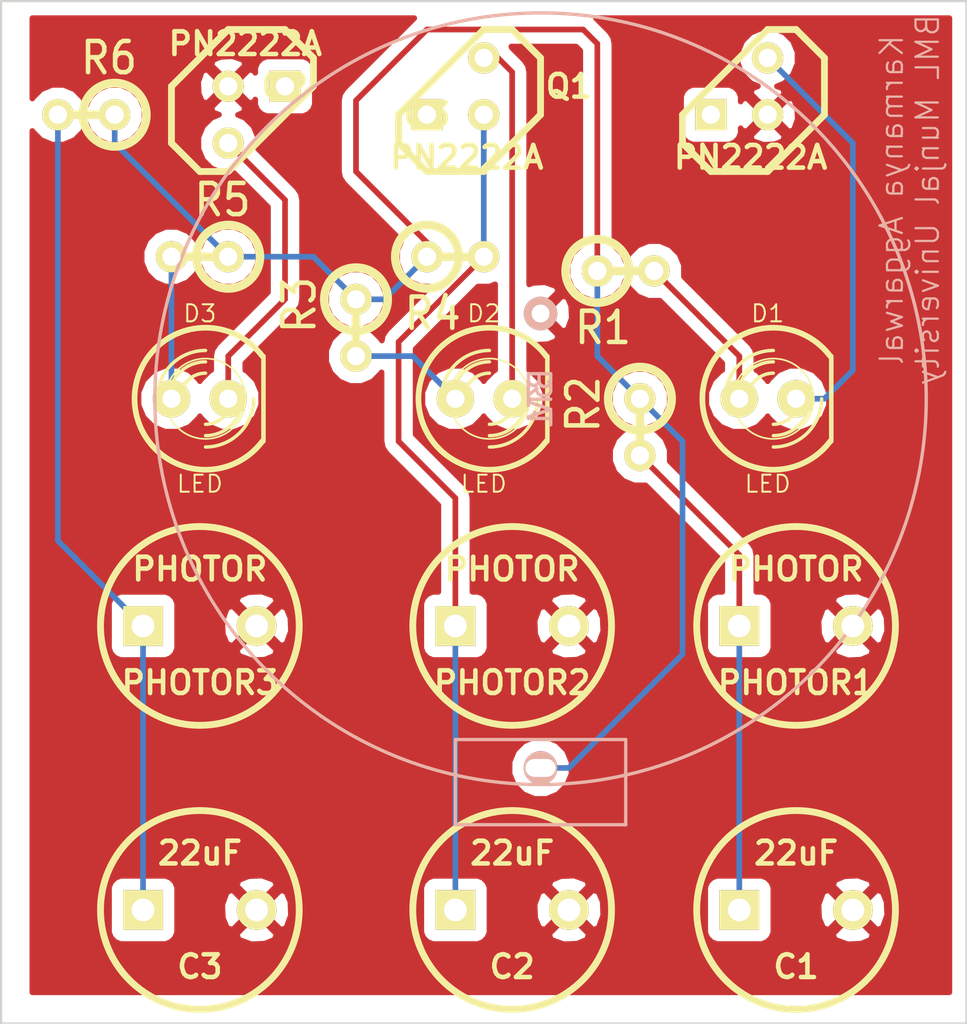
<source format=kicad_pcb>
(kicad_pcb (version 3) (host pcbnew "(2013-jul-07)-stable")

  (general
    (links 27)
    (no_connects 0)
    (area 218.389999 177.749999 267.439525 223.570001)
    (thickness 1.6)
    (drawings 5)
    (tracks 47)
    (zones 0)
    (modules 19)
    (nets 12)
  )

  (page A3)
  (layers
    (15 F.Cu signal)
    (0 B.Cu signal)
    (16 B.Adhes user)
    (17 F.Adhes user)
    (18 B.Paste user)
    (19 F.Paste user)
    (20 B.SilkS user)
    (21 F.SilkS user)
    (22 B.Mask user)
    (23 F.Mask user)
    (24 Dwgs.User user)
    (25 Cmts.User user)
    (26 Eco1.User user)
    (27 Eco2.User user)
    (28 Edge.Cuts user)
  )

  (setup
    (last_trace_width 0.254)
    (trace_clearance 0.254)
    (zone_clearance 0.508)
    (zone_45_only no)
    (trace_min 0.254)
    (segment_width 0.2)
    (edge_width 0.1)
    (via_size 0.889)
    (via_drill 0.635)
    (via_min_size 0.889)
    (via_min_drill 0.508)
    (uvia_size 0.508)
    (uvia_drill 0.127)
    (uvias_allowed no)
    (uvia_min_size 0.508)
    (uvia_min_drill 0.127)
    (pcb_text_width 0.3)
    (pcb_text_size 1.5 1.5)
    (mod_edge_width 0.15)
    (mod_text_size 1 1)
    (mod_text_width 0.15)
    (pad_size 1.5 1.5)
    (pad_drill 0.6)
    (pad_to_mask_clearance 0)
    (aux_axis_origin 0 0)
    (visible_elements FFFFFFBF)
    (pcbplotparams
      (layerselection 271613953)
      (usegerberextensions true)
      (excludeedgelayer true)
      (linewidth 0.150000)
      (plotframeref false)
      (viasonmask false)
      (mode 1)
      (useauxorigin false)
      (hpglpennumber 1)
      (hpglpenspeed 20)
      (hpglpendiameter 15)
      (hpglpenoverlay 2)
      (psnegative false)
      (psa4output false)
      (plotreference true)
      (plotvalue true)
      (plotothertext true)
      (plotinvisibletext false)
      (padsonsilk false)
      (subtractmaskfromsilk false)
      (outputformat 1)
      (mirror false)
      (drillshape 0)
      (scaleselection 1)
      (outputdirectory ""))
  )

  (net 0 "")
  (net 1 GND)
  (net 2 N-000001)
  (net 3 N-0000010)
  (net 4 N-0000011)
  (net 5 N-000002)
  (net 6 N-000003)
  (net 7 N-000004)
  (net 8 N-000005)
  (net 9 N-000006)
  (net 10 N-000007)
  (net 11 N-000009)

  (net_class Default "This is the default net class."
    (clearance 0.254)
    (trace_width 0.254)
    (via_dia 0.889)
    (via_drill 0.635)
    (uvia_dia 0.508)
    (uvia_drill 0.127)
    (add_net "")
    (add_net GND)
    (add_net N-000001)
    (add_net N-0000010)
    (add_net N-0000011)
    (add_net N-000002)
    (add_net N-000003)
    (add_net N-000004)
    (add_net N-000005)
    (add_net N-000006)
    (add_net N-000007)
    (add_net N-000009)
  )

  (module TO92-EBC-num (layer F.Cu) (tedit 55D5FF8E) (tstamp 55D60056)
    (at 251.46 181.61 180)
    (descr "Transistor TO92 brochage type BC237")
    (tags "TR TO92")
    (path /55D5E95B)
    (fp_text reference Q1 (at 7.62 0 180) (layer F.SilkS)
      (effects (font (size 1.016 1.016) (thickness 0.2032)))
    )
    (fp_text value PN2222A (at -0.508 -3.175 180) (layer F.SilkS)
      (effects (font (size 1.016 1.016) (thickness 0.2032)))
    )
    (fp_line (start -1.27 2.54) (end 2.54 -1.27) (layer F.SilkS) (width 0.3048))
    (fp_line (start 2.54 -1.27) (end 2.54 -2.54) (layer F.SilkS) (width 0.3048))
    (fp_line (start 2.54 -2.54) (end 1.27 -3.81) (layer F.SilkS) (width 0.3048))
    (fp_line (start 1.27 -3.81) (end -1.27 -3.81) (layer F.SilkS) (width 0.3048))
    (fp_line (start -1.27 -3.81) (end -3.81 -1.27) (layer F.SilkS) (width 0.3048))
    (fp_line (start -3.81 -1.27) (end -3.81 1.27) (layer F.SilkS) (width 0.3048))
    (fp_line (start -3.81 1.27) (end -2.54 2.54) (layer F.SilkS) (width 0.3048))
    (fp_line (start -2.54 2.54) (end -1.27 2.54) (layer F.SilkS) (width 0.3048))
    (pad 1 thru_hole rect (at 1.27 -1.27 180) (size 1.397 1.397) (drill 0.8128)
      (layers *.Cu *.Mask F.SilkS)
    )
    (pad 2 thru_hole circle (at -1.27 -1.27 180) (size 1.397 1.397) (drill 0.8128)
      (layers *.Cu *.Mask F.SilkS)
      (net 1 GND)
    )
    (pad 3 thru_hole circle (at -1.27 1.27 180) (size 1.397 1.397) (drill 0.8128)
      (layers *.Cu *.Mask F.SilkS)
      (net 5 N-000002)
    )
    (model discret/to98.wrl
      (at (xyz 0 0 0))
      (scale (xyz 1 1 1))
      (rotate (xyz 0 0 0))
    )
  )

  (module TO92-EBC-num (layer F.Cu) (tedit 55D5FF8E) (tstamp 55D60065)
    (at 238.76 181.61 180)
    (descr "Transistor TO92 brochage type BC237")
    (tags "TR TO92")
    (path /55D5E955)
    (fp_text reference Q2 (at 7.62 0 180) (layer F.SilkS)
      (effects (font (size 1.016 1.016) (thickness 0.2032)))
    )
    (fp_text value PN2222A (at -0.508 -3.175 180) (layer F.SilkS)
      (effects (font (size 1.016 1.016) (thickness 0.2032)))
    )
    (fp_line (start -1.27 2.54) (end 2.54 -1.27) (layer F.SilkS) (width 0.3048))
    (fp_line (start 2.54 -1.27) (end 2.54 -2.54) (layer F.SilkS) (width 0.3048))
    (fp_line (start 2.54 -2.54) (end 1.27 -3.81) (layer F.SilkS) (width 0.3048))
    (fp_line (start 1.27 -3.81) (end -1.27 -3.81) (layer F.SilkS) (width 0.3048))
    (fp_line (start -1.27 -3.81) (end -3.81 -1.27) (layer F.SilkS) (width 0.3048))
    (fp_line (start -3.81 -1.27) (end -3.81 1.27) (layer F.SilkS) (width 0.3048))
    (fp_line (start -3.81 1.27) (end -2.54 2.54) (layer F.SilkS) (width 0.3048))
    (fp_line (start -2.54 2.54) (end -1.27 2.54) (layer F.SilkS) (width 0.3048))
    (pad 1 thru_hole rect (at 1.27 -1.27 180) (size 1.397 1.397) (drill 0.8128)
      (layers *.Cu *.Mask F.SilkS)
    )
    (pad 2 thru_hole circle (at -1.27 -1.27 180) (size 1.397 1.397) (drill 0.8128)
      (layers *.Cu *.Mask F.SilkS)
      (net 11 N-000009)
    )
    (pad 3 thru_hole circle (at -1.27 1.27 180) (size 1.397 1.397) (drill 0.8128)
      (layers *.Cu *.Mask F.SilkS)
      (net 7 N-000004)
    )
    (model discret/to98.wrl
      (at (xyz 0 0 0))
      (scale (xyz 1 1 1))
      (rotate (xyz 0 0 0))
    )
  )

  (module TO92-EBC-num (layer F.Cu) (tedit 55D5FF8E) (tstamp 55D60074)
    (at 229.87 182.88)
    (descr "Transistor TO92 brochage type BC237")
    (tags "TR TO92")
    (path /55D5E943)
    (fp_text reference Q3 (at 7.62 0) (layer F.SilkS)
      (effects (font (size 1.016 1.016) (thickness 0.2032)))
    )
    (fp_text value PN2222A (at -0.508 -3.175) (layer F.SilkS)
      (effects (font (size 1.016 1.016) (thickness 0.2032)))
    )
    (fp_line (start -1.27 2.54) (end 2.54 -1.27) (layer F.SilkS) (width 0.3048))
    (fp_line (start 2.54 -1.27) (end 2.54 -2.54) (layer F.SilkS) (width 0.3048))
    (fp_line (start 2.54 -2.54) (end 1.27 -3.81) (layer F.SilkS) (width 0.3048))
    (fp_line (start 1.27 -3.81) (end -1.27 -3.81) (layer F.SilkS) (width 0.3048))
    (fp_line (start -1.27 -3.81) (end -3.81 -1.27) (layer F.SilkS) (width 0.3048))
    (fp_line (start -3.81 -1.27) (end -3.81 1.27) (layer F.SilkS) (width 0.3048))
    (fp_line (start -3.81 1.27) (end -2.54 2.54) (layer F.SilkS) (width 0.3048))
    (fp_line (start -2.54 2.54) (end -1.27 2.54) (layer F.SilkS) (width 0.3048))
    (pad 1 thru_hole rect (at 1.27 -1.27) (size 1.397 1.397) (drill 0.8128)
      (layers *.Cu *.Mask F.SilkS)
    )
    (pad 2 thru_hole circle (at -1.27 -1.27) (size 1.397 1.397) (drill 0.8128)
      (layers *.Cu *.Mask F.SilkS)
      (net 1 GND)
    )
    (pad 3 thru_hole circle (at -1.27 1.27) (size 1.397 1.397) (drill 0.8128)
      (layers *.Cu *.Mask F.SilkS)
      (net 8 N-000005)
    )
    (model discret/to98.wrl
      (at (xyz 0 0 0))
      (scale (xyz 1 1 1))
      (rotate (xyz 0 0 0))
    )
  )

  (module R1 (layer F.Cu) (tedit 200000) (tstamp 55D6007C)
    (at 227.33 189.23 180)
    (descr "Resistance verticale")
    (tags R)
    (path /55D5B123)
    (autoplace_cost90 10)
    (autoplace_cost180 10)
    (fp_text reference R5 (at -1.016 2.54 180) (layer F.SilkS)
      (effects (font (size 1.397 1.27) (thickness 0.2032)))
    )
    (fp_text value 330 (at -1.143 2.54 180) (layer F.SilkS) hide
      (effects (font (size 1.397 1.27) (thickness 0.2032)))
    )
    (fp_line (start -1.27 0) (end 1.27 0) (layer F.SilkS) (width 0.381))
    (fp_circle (center -1.27 0) (end -0.635 1.27) (layer F.SilkS) (width 0.381))
    (pad 1 thru_hole circle (at -1.27 0 180) (size 1.397 1.397) (drill 0.8128)
      (layers *.Cu *.Mask F.SilkS)
      (net 3 N-0000010)
    )
    (pad 2 thru_hole circle (at 1.27 0 180) (size 1.397 1.397) (drill 0.8128)
      (layers *.Cu *.Mask F.SilkS)
      (net 10 N-000007)
    )
    (model discret/verti_resistor.wrl
      (at (xyz 0 0 0))
      (scale (xyz 1 1 1))
      (rotate (xyz 0 0 0))
    )
  )

  (module R1 (layer F.Cu) (tedit 200000) (tstamp 55D60084)
    (at 247.015 196.85 270)
    (descr "Resistance verticale")
    (tags R)
    (path /55D5B808)
    (autoplace_cost90 10)
    (autoplace_cost180 10)
    (fp_text reference R2 (at -1.016 2.54 270) (layer F.SilkS)
      (effects (font (size 1.397 1.27) (thickness 0.2032)))
    )
    (fp_text value 100k (at -1.143 2.54 270) (layer F.SilkS) hide
      (effects (font (size 1.397 1.27) (thickness 0.2032)))
    )
    (fp_line (start -1.27 0) (end 1.27 0) (layer F.SilkS) (width 0.381))
    (fp_circle (center -1.27 0) (end -0.635 1.27) (layer F.SilkS) (width 0.381))
    (pad 1 thru_hole circle (at -1.27 0 270) (size 1.397 1.397) (drill 0.8128)
      (layers *.Cu *.Mask F.SilkS)
      (net 3 N-0000010)
    )
    (pad 2 thru_hole circle (at 1.27 0 270) (size 1.397 1.397) (drill 0.8128)
      (layers *.Cu *.Mask F.SilkS)
      (net 2 N-000001)
    )
    (model discret/verti_resistor.wrl
      (at (xyz 0 0 0))
      (scale (xyz 1 1 1))
      (rotate (xyz 0 0 0))
    )
  )

  (module R1 (layer F.Cu) (tedit 200000) (tstamp 55D6008C)
    (at 246.38 189.865)
    (descr "Resistance verticale")
    (tags R)
    (path /55D5B802)
    (autoplace_cost90 10)
    (autoplace_cost180 10)
    (fp_text reference R1 (at -1.016 2.54) (layer F.SilkS)
      (effects (font (size 1.397 1.27) (thickness 0.2032)))
    )
    (fp_text value 330 (at -1.143 2.54) (layer F.SilkS) hide
      (effects (font (size 1.397 1.27) (thickness 0.2032)))
    )
    (fp_line (start -1.27 0) (end 1.27 0) (layer F.SilkS) (width 0.381))
    (fp_circle (center -1.27 0) (end -0.635 1.27) (layer F.SilkS) (width 0.381))
    (pad 1 thru_hole circle (at -1.27 0) (size 1.397 1.397) (drill 0.8128)
      (layers *.Cu *.Mask F.SilkS)
      (net 3 N-0000010)
    )
    (pad 2 thru_hole circle (at 1.27 0) (size 1.397 1.397) (drill 0.8128)
      (layers *.Cu *.Mask F.SilkS)
      (net 6 N-000003)
    )
    (model discret/verti_resistor.wrl
      (at (xyz 0 0 0))
      (scale (xyz 1 1 1))
      (rotate (xyz 0 0 0))
    )
  )

  (module R1 (layer F.Cu) (tedit 200000) (tstamp 55D60094)
    (at 238.76 189.23)
    (descr "Resistance verticale")
    (tags R)
    (path /55D5B7D7)
    (autoplace_cost90 10)
    (autoplace_cost180 10)
    (fp_text reference R4 (at -1.016 2.54) (layer F.SilkS)
      (effects (font (size 1.397 1.27) (thickness 0.2032)))
    )
    (fp_text value 100k (at -1.143 2.54) (layer F.SilkS) hide
      (effects (font (size 1.397 1.27) (thickness 0.2032)))
    )
    (fp_line (start -1.27 0) (end 1.27 0) (layer F.SilkS) (width 0.381))
    (fp_circle (center -1.27 0) (end -0.635 1.27) (layer F.SilkS) (width 0.381))
    (pad 1 thru_hole circle (at -1.27 0) (size 1.397 1.397) (drill 0.8128)
      (layers *.Cu *.Mask F.SilkS)
      (net 3 N-0000010)
    )
    (pad 2 thru_hole circle (at 1.27 0) (size 1.397 1.397) (drill 0.8128)
      (layers *.Cu *.Mask F.SilkS)
      (net 11 N-000009)
    )
    (model discret/verti_resistor.wrl
      (at (xyz 0 0 0))
      (scale (xyz 1 1 1))
      (rotate (xyz 0 0 0))
    )
  )

  (module R1 (layer F.Cu) (tedit 200000) (tstamp 55D6009C)
    (at 234.315 192.405 270)
    (descr "Resistance verticale")
    (tags R)
    (path /55D5B7D1)
    (autoplace_cost90 10)
    (autoplace_cost180 10)
    (fp_text reference R3 (at -1.016 2.54 270) (layer F.SilkS)
      (effects (font (size 1.397 1.27) (thickness 0.2032)))
    )
    (fp_text value 330 (at -1.143 2.54 270) (layer F.SilkS) hide
      (effects (font (size 1.397 1.27) (thickness 0.2032)))
    )
    (fp_line (start -1.27 0) (end 1.27 0) (layer F.SilkS) (width 0.381))
    (fp_circle (center -1.27 0) (end -0.635 1.27) (layer F.SilkS) (width 0.381))
    (pad 1 thru_hole circle (at -1.27 0 270) (size 1.397 1.397) (drill 0.8128)
      (layers *.Cu *.Mask F.SilkS)
      (net 3 N-0000010)
    )
    (pad 2 thru_hole circle (at 1.27 0 270) (size 1.397 1.397) (drill 0.8128)
      (layers *.Cu *.Mask F.SilkS)
      (net 4 N-0000011)
    )
    (model discret/verti_resistor.wrl
      (at (xyz 0 0 0))
      (scale (xyz 1 1 1))
      (rotate (xyz 0 0 0))
    )
  )

  (module R1 (layer F.Cu) (tedit 200000) (tstamp 55D600A4)
    (at 222.25 182.88 180)
    (descr "Resistance verticale")
    (tags R)
    (path /55D5B132)
    (autoplace_cost90 10)
    (autoplace_cost180 10)
    (fp_text reference R6 (at -1.016 2.54 180) (layer F.SilkS)
      (effects (font (size 1.397 1.27) (thickness 0.2032)))
    )
    (fp_text value 100k (at -1.143 2.54 180) (layer F.SilkS) hide
      (effects (font (size 1.397 1.27) (thickness 0.2032)))
    )
    (fp_line (start -1.27 0) (end 1.27 0) (layer F.SilkS) (width 0.381))
    (fp_circle (center -1.27 0) (end -0.635 1.27) (layer F.SilkS) (width 0.381))
    (pad 1 thru_hole circle (at -1.27 0 180) (size 1.397 1.397) (drill 0.8128)
      (layers *.Cu *.Mask F.SilkS)
      (net 3 N-0000010)
    )
    (pad 2 thru_hole circle (at 1.27 0 180) (size 1.397 1.397) (drill 0.8128)
      (layers *.Cu *.Mask F.SilkS)
      (net 9 N-000006)
    )
    (model discret/verti_resistor.wrl
      (at (xyz 0 0 0))
      (scale (xyz 1 1 1))
      (rotate (xyz 0 0 0))
    )
  )

  (module LED-5MM (layer F.Cu) (tedit 50ADE86B) (tstamp 55D600B3)
    (at 240.03 195.58)
    (descr "LED 5mm - Lead pitch 100mil (2,54mm)")
    (tags "LED led 5mm 5MM 100mil 2,54mm")
    (path /55D5B7CB)
    (fp_text reference D2 (at 0 -3.81) (layer F.SilkS)
      (effects (font (size 0.762 0.762) (thickness 0.0889)))
    )
    (fp_text value LED (at 0 3.81) (layer F.SilkS)
      (effects (font (size 0.762 0.762) (thickness 0.0889)))
    )
    (fp_line (start 2.8448 1.905) (end 2.8448 -1.905) (layer F.SilkS) (width 0.2032))
    (fp_circle (center 0.254 0) (end -1.016 1.27) (layer F.SilkS) (width 0.0762))
    (fp_arc (start 0.254 0) (end 2.794 1.905) (angle 286.2) (layer F.SilkS) (width 0.254))
    (fp_arc (start 0.254 0) (end -0.889 0) (angle 90) (layer F.SilkS) (width 0.1524))
    (fp_arc (start 0.254 0) (end 1.397 0) (angle 90) (layer F.SilkS) (width 0.1524))
    (fp_arc (start 0.254 0) (end -1.397 0) (angle 90) (layer F.SilkS) (width 0.1524))
    (fp_arc (start 0.254 0) (end 1.905 0) (angle 90) (layer F.SilkS) (width 0.1524))
    (fp_arc (start 0.254 0) (end -1.905 0) (angle 90) (layer F.SilkS) (width 0.1524))
    (fp_arc (start 0.254 0) (end 2.413 0) (angle 90) (layer F.SilkS) (width 0.1524))
    (pad 1 thru_hole circle (at -1.27 0) (size 1.6764 1.6764) (drill 0.8128)
      (layers *.Cu *.Mask F.SilkS)
      (net 4 N-0000011)
    )
    (pad 2 thru_hole circle (at 1.27 0) (size 1.6764 1.6764) (drill 0.8128)
      (layers *.Cu *.Mask F.SilkS)
      (net 7 N-000004)
    )
    (model discret/leds/led5_vertical_verde.wrl
      (at (xyz 0 0 0))
      (scale (xyz 1 1 1))
      (rotate (xyz 0 0 0))
    )
  )

  (module LED-5MM (layer F.Cu) (tedit 50ADE86B) (tstamp 55D600C2)
    (at 252.73 195.58)
    (descr "LED 5mm - Lead pitch 100mil (2,54mm)")
    (tags "LED led 5mm 5MM 100mil 2,54mm")
    (path /55D5B7FC)
    (fp_text reference D1 (at 0 -3.81) (layer F.SilkS)
      (effects (font (size 0.762 0.762) (thickness 0.0889)))
    )
    (fp_text value LED (at 0 3.81) (layer F.SilkS)
      (effects (font (size 0.762 0.762) (thickness 0.0889)))
    )
    (fp_line (start 2.8448 1.905) (end 2.8448 -1.905) (layer F.SilkS) (width 0.2032))
    (fp_circle (center 0.254 0) (end -1.016 1.27) (layer F.SilkS) (width 0.0762))
    (fp_arc (start 0.254 0) (end 2.794 1.905) (angle 286.2) (layer F.SilkS) (width 0.254))
    (fp_arc (start 0.254 0) (end -0.889 0) (angle 90) (layer F.SilkS) (width 0.1524))
    (fp_arc (start 0.254 0) (end 1.397 0) (angle 90) (layer F.SilkS) (width 0.1524))
    (fp_arc (start 0.254 0) (end -1.397 0) (angle 90) (layer F.SilkS) (width 0.1524))
    (fp_arc (start 0.254 0) (end 1.905 0) (angle 90) (layer F.SilkS) (width 0.1524))
    (fp_arc (start 0.254 0) (end -1.905 0) (angle 90) (layer F.SilkS) (width 0.1524))
    (fp_arc (start 0.254 0) (end 2.413 0) (angle 90) (layer F.SilkS) (width 0.1524))
    (pad 1 thru_hole circle (at -1.27 0) (size 1.6764 1.6764) (drill 0.8128)
      (layers *.Cu *.Mask F.SilkS)
      (net 6 N-000003)
    )
    (pad 2 thru_hole circle (at 1.27 0) (size 1.6764 1.6764) (drill 0.8128)
      (layers *.Cu *.Mask F.SilkS)
      (net 5 N-000002)
    )
    (model discret/leds/led5_vertical_verde.wrl
      (at (xyz 0 0 0))
      (scale (xyz 1 1 1))
      (rotate (xyz 0 0 0))
    )
  )

  (module LED-5MM (layer F.Cu) (tedit 50ADE86B) (tstamp 55D600D1)
    (at 227.33 195.58)
    (descr "LED 5mm - Lead pitch 100mil (2,54mm)")
    (tags "LED led 5mm 5MM 100mil 2,54mm")
    (path /55D5B114)
    (fp_text reference D3 (at 0 -3.81) (layer F.SilkS)
      (effects (font (size 0.762 0.762) (thickness 0.0889)))
    )
    (fp_text value LED (at 0 3.81) (layer F.SilkS)
      (effects (font (size 0.762 0.762) (thickness 0.0889)))
    )
    (fp_line (start 2.8448 1.905) (end 2.8448 -1.905) (layer F.SilkS) (width 0.2032))
    (fp_circle (center 0.254 0) (end -1.016 1.27) (layer F.SilkS) (width 0.0762))
    (fp_arc (start 0.254 0) (end 2.794 1.905) (angle 286.2) (layer F.SilkS) (width 0.254))
    (fp_arc (start 0.254 0) (end -0.889 0) (angle 90) (layer F.SilkS) (width 0.1524))
    (fp_arc (start 0.254 0) (end 1.397 0) (angle 90) (layer F.SilkS) (width 0.1524))
    (fp_arc (start 0.254 0) (end -1.397 0) (angle 90) (layer F.SilkS) (width 0.1524))
    (fp_arc (start 0.254 0) (end 1.905 0) (angle 90) (layer F.SilkS) (width 0.1524))
    (fp_arc (start 0.254 0) (end -1.905 0) (angle 90) (layer F.SilkS) (width 0.1524))
    (fp_arc (start 0.254 0) (end 2.413 0) (angle 90) (layer F.SilkS) (width 0.1524))
    (pad 1 thru_hole circle (at -1.27 0) (size 1.6764 1.6764) (drill 0.8128)
      (layers *.Cu *.Mask F.SilkS)
      (net 10 N-000007)
    )
    (pad 2 thru_hole circle (at 1.27 0) (size 1.6764 1.6764) (drill 0.8128)
      (layers *.Cu *.Mask F.SilkS)
      (net 8 N-000005)
    )
    (model discret/leds/led5_vertical_verde.wrl
      (at (xyz 0 0 0))
      (scale (xyz 1 1 1))
      (rotate (xyz 0 0 0))
    )
  )

  (module C2V8 (layer F.Cu) (tedit 46544AA3) (tstamp 55D600D8)
    (at 241.3 218.44)
    (descr "Condensateur polarise")
    (tags CP)
    (path /55D5B7DD)
    (fp_text reference C2 (at 0 2.54) (layer F.SilkS)
      (effects (font (size 1.016 1.016) (thickness 0.2032)))
    )
    (fp_text value 22uF (at 0 -2.54) (layer F.SilkS)
      (effects (font (size 1.016 1.016) (thickness 0.2032)))
    )
    (fp_circle (center 0 0) (end -4.445 0) (layer F.SilkS) (width 0.3048))
    (pad 1 thru_hole rect (at -2.54 0) (size 1.778 1.778) (drill 1.016)
      (layers *.Cu *.Mask F.SilkS)
      (net 11 N-000009)
    )
    (pad 2 thru_hole circle (at 2.54 0) (size 1.778 1.778) (drill 1.016)
      (layers *.Cu *.Mask F.SilkS)
      (net 1 GND)
    )
    (model discret/c_vert_c2v10.wrl
      (at (xyz 0 0 0))
      (scale (xyz 1 1 1))
      (rotate (xyz 0 0 0))
    )
  )

  (module C2V8 (layer F.Cu) (tedit 46544AA3) (tstamp 55D600DF)
    (at 241.3 205.74)
    (descr "Condensateur polarise")
    (tags CP)
    (path /55D5B7E8)
    (fp_text reference PHOTOR2 (at 0 2.54) (layer F.SilkS)
      (effects (font (size 1.016 1.016) (thickness 0.2032)))
    )
    (fp_text value PHOTOR (at 0 -2.54) (layer F.SilkS)
      (effects (font (size 1.016 1.016) (thickness 0.2032)))
    )
    (fp_circle (center 0 0) (end -4.445 0) (layer F.SilkS) (width 0.3048))
    (pad 1 thru_hole rect (at -2.54 0) (size 1.778 1.778) (drill 1.016)
      (layers *.Cu *.Mask F.SilkS)
      (net 11 N-000009)
    )
    (pad 2 thru_hole circle (at 2.54 0) (size 1.778 1.778) (drill 1.016)
      (layers *.Cu *.Mask F.SilkS)
      (net 1 GND)
    )
    (model discret/c_vert_c2v10.wrl
      (at (xyz 0 0 0))
      (scale (xyz 1 1 1))
      (rotate (xyz 0 0 0))
    )
  )

  (module C2V8 (layer F.Cu) (tedit 46544AA3) (tstamp 55D600E6)
    (at 227.33 205.74)
    (descr "Condensateur polarise")
    (tags CP)
    (path /55D5B709)
    (fp_text reference PHOTOR3 (at 0 2.54) (layer F.SilkS)
      (effects (font (size 1.016 1.016) (thickness 0.2032)))
    )
    (fp_text value PHOTOR (at 0 -2.54) (layer F.SilkS)
      (effects (font (size 1.016 1.016) (thickness 0.2032)))
    )
    (fp_circle (center 0 0) (end -4.445 0) (layer F.SilkS) (width 0.3048))
    (pad 1 thru_hole rect (at -2.54 0) (size 1.778 1.778) (drill 1.016)
      (layers *.Cu *.Mask F.SilkS)
      (net 9 N-000006)
    )
    (pad 2 thru_hole circle (at 2.54 0) (size 1.778 1.778) (drill 1.016)
      (layers *.Cu *.Mask F.SilkS)
      (net 1 GND)
    )
    (model discret/c_vert_c2v10.wrl
      (at (xyz 0 0 0))
      (scale (xyz 1 1 1))
      (rotate (xyz 0 0 0))
    )
  )

  (module C2V8 (layer F.Cu) (tedit 46544AA3) (tstamp 55D600ED)
    (at 254 218.44)
    (descr "Condensateur polarise")
    (tags CP)
    (path /55D5B80E)
    (fp_text reference C1 (at 0 2.54) (layer F.SilkS)
      (effects (font (size 1.016 1.016) (thickness 0.2032)))
    )
    (fp_text value 22uF (at 0 -2.54) (layer F.SilkS)
      (effects (font (size 1.016 1.016) (thickness 0.2032)))
    )
    (fp_circle (center 0 0) (end -4.445 0) (layer F.SilkS) (width 0.3048))
    (pad 1 thru_hole rect (at -2.54 0) (size 1.778 1.778) (drill 1.016)
      (layers *.Cu *.Mask F.SilkS)
      (net 2 N-000001)
    )
    (pad 2 thru_hole circle (at 2.54 0) (size 1.778 1.778) (drill 1.016)
      (layers *.Cu *.Mask F.SilkS)
      (net 1 GND)
    )
    (model discret/c_vert_c2v10.wrl
      (at (xyz 0 0 0))
      (scale (xyz 1 1 1))
      (rotate (xyz 0 0 0))
    )
  )

  (module C2V8 (layer F.Cu) (tedit 46544AA3) (tstamp 55D600F4)
    (at 254 205.74)
    (descr "Condensateur polarise")
    (tags CP)
    (path /55D5B819)
    (fp_text reference PHOTOR1 (at 0 2.54) (layer F.SilkS)
      (effects (font (size 1.016 1.016) (thickness 0.2032)))
    )
    (fp_text value PHOTOR (at 0 -2.54) (layer F.SilkS)
      (effects (font (size 1.016 1.016) (thickness 0.2032)))
    )
    (fp_circle (center 0 0) (end -4.445 0) (layer F.SilkS) (width 0.3048))
    (pad 1 thru_hole rect (at -2.54 0) (size 1.778 1.778) (drill 1.016)
      (layers *.Cu *.Mask F.SilkS)
      (net 2 N-000001)
    )
    (pad 2 thru_hole circle (at 2.54 0) (size 1.778 1.778) (drill 1.016)
      (layers *.Cu *.Mask F.SilkS)
      (net 1 GND)
    )
    (model discret/c_vert_c2v10.wrl
      (at (xyz 0 0 0))
      (scale (xyz 1 1 1))
      (rotate (xyz 0 0 0))
    )
  )

  (module C2V8 (layer F.Cu) (tedit 46544AA3) (tstamp 55D600FB)
    (at 227.33 218.44)
    (descr "Condensateur polarise")
    (tags CP)
    (path /55D5B141)
    (fp_text reference C3 (at 0 2.54) (layer F.SilkS)
      (effects (font (size 1.016 1.016) (thickness 0.2032)))
    )
    (fp_text value 22uF (at 0 -2.54) (layer F.SilkS)
      (effects (font (size 1.016 1.016) (thickness 0.2032)))
    )
    (fp_circle (center 0 0) (end -4.445 0) (layer F.SilkS) (width 0.3048))
    (pad 1 thru_hole rect (at -2.54 0) (size 1.778 1.778) (drill 1.016)
      (layers *.Cu *.Mask F.SilkS)
      (net 9 N-000006)
    )
    (pad 2 thru_hole circle (at 2.54 0) (size 1.778 1.778) (drill 1.016)
      (layers *.Cu *.Mask F.SilkS)
      (net 1 GND)
    )
    (model discret/c_vert_c2v10.wrl
      (at (xyz 0 0 0))
      (scale (xyz 1 1 1))
      (rotate (xyz 0 0 0))
    )
  )

  (module BS-7-CR2032-2 (layer B.Cu) (tedit 55D5E135) (tstamp 55D60107)
    (at 242.57 195.58 270)
    (path /55D5B338)
    (fp_text reference BT1 (at 0 0 270) (layer B.SilkS)
      (effects (font (size 1 1) (thickness 0.15)) (justify mirror))
    )
    (fp_text value 3V (at 0 0 270) (layer B.SilkS)
      (effects (font (size 1 1) (thickness 0.15)) (justify mirror))
    )
    (fp_line (start 16.51 3.81) (end 19.05 3.81) (layer B.SilkS) (width 0.15))
    (fp_line (start 19.05 3.81) (end 19.05 -3.81) (layer B.SilkS) (width 0.15))
    (fp_line (start 19.05 -3.81) (end 15.24 -3.81) (layer B.SilkS) (width 0.15))
    (fp_line (start 15.24 -3.81) (end 15.24 3.81) (layer B.SilkS) (width 0.15))
    (fp_line (start 15.24 3.81) (end 16.51 3.81) (layer B.SilkS) (width 0.15))
    (fp_circle (center 0 0) (end 12.2 -12.2) (layer B.SilkS) (width 0.15))
    (pad 2 thru_hole circle (at -3.81 0 270) (size 1.5 1.5) (drill 0.8)
      (layers *.Cu *.Mask B.SilkS)
      (net 1 GND)
    )
    (pad 1 thru_hole circle (at 16.51 0 270) (size 1.5 1.5) (drill oval 0.8 1.35)
      (layers *.Cu *.Mask B.SilkS)
      (net 3 N-0000010)
    )
  )

  (gr_text "Karmanya Aggarwal\nBML Munjal University" (at 259.08 186.69 90) (layer B.SilkS)
    (effects (font (size 1 1) (thickness 0.1)) (justify mirror))
  )
  (gr_line (start 218.44 223.52) (end 218.44 177.8) (angle 90) (layer Edge.Cuts) (width 0.1))
  (gr_line (start 261.62 223.52) (end 218.44 223.52) (angle 90) (layer Edge.Cuts) (width 0.1))
  (gr_line (start 261.62 177.8) (end 261.62 223.52) (angle 90) (layer Edge.Cuts) (width 0.1))
  (gr_line (start 218.44 177.8) (end 261.62 177.8) (angle 90) (layer Edge.Cuts) (width 0.1))

  (segment (start 251.46 218.44) (end 251.46 205.74) (width 0.254) (layer B.Cu) (net 2) (status 30))
  (segment (start 251.46 205.74) (end 251.46 202.565) (width 0.254) (layer F.Cu) (net 2) (status 10))
  (segment (start 251.46 202.565) (end 247.015 198.12) (width 0.254) (layer F.Cu) (net 2) (tstamp 55D68B75) (status 20))
  (segment (start 237.49 189.23) (end 237.49 188.595) (width 0.254) (layer F.Cu) (net 3) (status 30))
  (segment (start 245.11 179.705) (end 245.11 189.865) (width 0.254) (layer F.Cu) (net 3) (tstamp 55D695CD) (status 20))
  (segment (start 244.475 179.07) (end 245.11 179.705) (width 0.254) (layer F.Cu) (net 3) (tstamp 55D695CB))
  (segment (start 237.49 179.07) (end 244.475 179.07) (width 0.254) (layer F.Cu) (net 3) (tstamp 55D695C9))
  (segment (start 234.315 182.245) (end 237.49 179.07) (width 0.254) (layer F.Cu) (net 3) (tstamp 55D695C7))
  (segment (start 234.315 185.42) (end 234.315 182.245) (width 0.254) (layer F.Cu) (net 3) (tstamp 55D695C4))
  (segment (start 237.49 188.595) (end 234.315 185.42) (width 0.254) (layer F.Cu) (net 3) (tstamp 55D695C2) (status 10))
  (segment (start 245.11 189.865) (end 245.11 193.675) (width 0.254) (layer B.Cu) (net 3) (status 10))
  (segment (start 245.11 193.675) (end 247.015 195.58) (width 0.254) (layer B.Cu) (net 3) (tstamp 55D694E5) (status 20))
  (segment (start 242.57 212.09) (end 243.84 212.09) (width 0.254) (layer B.Cu) (net 3) (status 10))
  (segment (start 248.92 197.485) (end 247.015 195.58) (width 0.254) (layer B.Cu) (net 3) (tstamp 55D69434) (status 20))
  (segment (start 248.92 207.01) (end 248.92 197.485) (width 0.254) (layer B.Cu) (net 3) (tstamp 55D69432))
  (segment (start 243.84 212.09) (end 248.92 207.01) (width 0.254) (layer B.Cu) (net 3) (tstamp 55D69430))
  (segment (start 223.52 182.88) (end 223.52 184.15) (width 0.254) (layer B.Cu) (net 3) (status 10))
  (segment (start 223.52 184.15) (end 228.6 189.23) (width 0.254) (layer B.Cu) (net 3) (tstamp 55D68ACF) (status 20))
  (segment (start 228.6 189.23) (end 232.41 189.23) (width 0.254) (layer B.Cu) (net 3) (status 10))
  (segment (start 232.41 189.23) (end 234.315 191.135) (width 0.254) (layer B.Cu) (net 3) (tstamp 55D68AC6) (status 20))
  (segment (start 234.315 191.135) (end 235.585 191.135) (width 0.254) (layer B.Cu) (net 3) (status 10))
  (segment (start 235.585 191.135) (end 237.49 189.23) (width 0.254) (layer B.Cu) (net 3) (tstamp 55D68AB6) (status 20))
  (segment (start 234.315 193.675) (end 236.855 193.675) (width 0.254) (layer B.Cu) (net 4) (status 10))
  (segment (start 236.855 193.675) (end 238.76 195.58) (width 0.254) (layer B.Cu) (net 4) (tstamp 55D68AB1) (status 20))
  (segment (start 254 195.58) (end 255.27 195.58) (width 0.254) (layer B.Cu) (net 5) (status 10))
  (segment (start 256.54 184.15) (end 252.73 180.34) (width 0.254) (layer B.Cu) (net 5) (tstamp 55D68A92) (status 20))
  (segment (start 256.54 194.31) (end 256.54 184.15) (width 0.254) (layer B.Cu) (net 5) (tstamp 55D68A8E))
  (segment (start 255.27 195.58) (end 256.54 194.31) (width 0.254) (layer B.Cu) (net 5) (tstamp 55D68A8C))
  (segment (start 251.46 195.58) (end 251.46 193.675) (width 0.254) (layer F.Cu) (net 6) (status 10))
  (segment (start 251.46 193.675) (end 247.65 189.865) (width 0.254) (layer F.Cu) (net 6) (tstamp 55D68B5E) (status 20))
  (segment (start 241.3 195.58) (end 241.3 180.975) (width 0.254) (layer F.Cu) (net 7) (status 10))
  (segment (start 240.665 180.34) (end 240.03 180.34) (width 0.254) (layer F.Cu) (net 7) (tstamp 55D6950A) (status 30))
  (segment (start 241.3 180.975) (end 240.665 180.34) (width 0.254) (layer F.Cu) (net 7) (tstamp 55D69500) (status 20))
  (segment (start 228.6 195.58) (end 228.6 193.675) (width 0.254) (layer F.Cu) (net 8) (status 10))
  (segment (start 231.14 186.69) (end 228.6 184.15) (width 0.254) (layer F.Cu) (net 8) (tstamp 55D69597) (status 20))
  (segment (start 231.14 191.135) (end 231.14 186.69) (width 0.254) (layer F.Cu) (net 8) (tstamp 55D69594))
  (segment (start 228.6 193.675) (end 231.14 191.135) (width 0.254) (layer F.Cu) (net 8) (tstamp 55D69590))
  (segment (start 224.79 205.74) (end 224.79 218.44) (width 0.254) (layer B.Cu) (net 9) (status 30))
  (segment (start 220.98 182.88) (end 220.98 201.93) (width 0.254) (layer B.Cu) (net 9) (status 10))
  (segment (start 220.98 201.93) (end 224.79 205.74) (width 0.254) (layer B.Cu) (net 9) (tstamp 55D68AD6) (status 20))
  (segment (start 226.06 195.58) (end 226.06 189.23) (width 0.254) (layer B.Cu) (net 10) (status 30))
  (segment (start 240.03 182.88) (end 240.03 189.23) (width 0.254) (layer B.Cu) (net 11) (status 30))
  (segment (start 238.76 218.44) (end 238.76 205.74) (width 0.254) (layer B.Cu) (net 11) (status 30))
  (segment (start 238.76 205.74) (end 238.76 200.025) (width 0.254) (layer F.Cu) (net 11) (status 10))
  (segment (start 236.22 193.04) (end 240.03 189.23) (width 0.254) (layer F.Cu) (net 11) (tstamp 55D6946E) (status 20))
  (segment (start 236.22 197.485) (end 236.22 193.04) (width 0.254) (layer F.Cu) (net 11) (tstamp 55D6946B))
  (segment (start 238.76 200.025) (end 236.22 197.485) (width 0.254) (layer F.Cu) (net 11) (tstamp 55D69467))

  (zone (net 1) (net_name GND) (layer F.Cu) (tstamp 55D68A0B) (hatch edge 0.508)
    (connect_pads (clearance 0.508))
    (min_thickness 0.254)
    (fill (arc_segments 16) (thermal_gap 0.508) (thermal_bridge_width 0.508) (smoothing chamfer))
    (polygon
      (pts
        (xy 260.985 222.25) (xy 219.71 222.25) (xy 219.71 178.435) (xy 260.985 178.435)
      )
    )
    (filled_polygon
      (pts
        (xy 260.858 222.123) (xy 258.075514 222.123) (xy 258.075514 218.678035) (xy 258.075514 205.978035) (xy 258.049722 205.3723)
        (xy 257.867539 204.932468) (xy 257.612195 204.84741) (xy 257.43259 205.027015) (xy 257.43259 204.667805) (xy 257.347532 204.412461)
        (xy 256.778035 204.204486) (xy 256.1723 204.230278) (xy 255.732468 204.412461) (xy 255.64741 204.667805) (xy 256.54 205.560395)
        (xy 257.43259 204.667805) (xy 257.43259 205.027015) (xy 256.719605 205.74) (xy 257.612195 206.63259) (xy 257.867539 206.547532)
        (xy 258.075514 205.978035) (xy 258.075514 218.678035) (xy 258.049722 218.0723) (xy 257.867539 217.632468) (xy 257.612195 217.54741)
        (xy 257.43259 217.727015) (xy 257.43259 217.367805) (xy 257.43259 206.812195) (xy 256.54 205.919605) (xy 256.360395 206.09921)
        (xy 256.360395 205.74) (xy 255.467805 204.84741) (xy 255.212461 204.932468) (xy 255.004486 205.501965) (xy 255.030278 206.1077)
        (xy 255.212461 206.547532) (xy 255.467805 206.63259) (xy 256.360395 205.74) (xy 256.360395 206.09921) (xy 255.64741 206.812195)
        (xy 255.732468 207.067539) (xy 256.301965 207.275514) (xy 256.9077 207.249722) (xy 257.347532 207.067539) (xy 257.43259 206.812195)
        (xy 257.43259 217.367805) (xy 257.347532 217.112461) (xy 256.778035 216.904486) (xy 256.1723 216.930278) (xy 255.732468 217.112461)
        (xy 255.64741 217.367805) (xy 256.54 218.260395) (xy 257.43259 217.367805) (xy 257.43259 217.727015) (xy 256.719605 218.44)
        (xy 257.612195 219.33259) (xy 257.867539 219.247532) (xy 258.075514 218.678035) (xy 258.075514 222.123) (xy 257.43259 222.123)
        (xy 257.43259 219.512195) (xy 256.54 218.619605) (xy 256.360395 218.79921) (xy 256.360395 218.44) (xy 255.467805 217.54741)
        (xy 255.212461 217.632468) (xy 255.004486 218.201965) (xy 255.030278 218.8077) (xy 255.212461 219.247532) (xy 255.467805 219.33259)
        (xy 256.360395 218.44) (xy 256.360395 218.79921) (xy 255.64741 219.512195) (xy 255.732468 219.767539) (xy 256.301965 219.975514)
        (xy 256.9077 219.949722) (xy 257.347532 219.767539) (xy 257.43259 219.512195) (xy 257.43259 222.123) (xy 252.98411 222.123)
        (xy 252.98411 219.203245) (xy 252.98411 217.425245) (xy 252.98411 206.503245) (xy 252.98411 204.725245) (xy 252.887641 204.491771)
        (xy 252.709168 204.312987) (xy 252.475864 204.216111) (xy 252.223245 204.21589) (xy 252.222 204.21589) (xy 252.222 202.565)
        (xy 252.163996 202.273395) (xy 251.998815 202.026185) (xy 251.998815 202.026184) (xy 248.348276 198.375646) (xy 248.34873 197.855914)
        (xy 248.146145 197.36562) (xy 247.771353 196.990174) (xy 247.433551 196.849906) (xy 247.76938 196.711145) (xy 248.144826 196.336353)
        (xy 248.348267 195.846413) (xy 248.34873 195.315914) (xy 248.146145 194.82562) (xy 247.771353 194.450174) (xy 247.281413 194.246733)
        (xy 246.750914 194.24627) (xy 246.26062 194.448855) (xy 245.885174 194.823647) (xy 245.681733 195.313587) (xy 245.68127 195.844086)
        (xy 245.883855 196.33438) (xy 246.258647 196.709826) (xy 246.596448 196.850093) (xy 246.26062 196.988855) (xy 245.885174 197.363647)
        (xy 245.681733 197.853587) (xy 245.68127 198.384086) (xy 245.883855 198.87438) (xy 246.258647 199.249826) (xy 246.748587 199.453267)
        (xy 247.271092 199.453723) (xy 250.698 202.88063) (xy 250.698 204.21589) (xy 250.445245 204.21589) (xy 250.211771 204.312359)
        (xy 250.032987 204.490832) (xy 249.936111 204.724136) (xy 249.93589 204.976755) (xy 249.93589 206.754755) (xy 250.032359 206.988229)
        (xy 250.210832 207.167013) (xy 250.444136 207.263889) (xy 250.696755 207.26411) (xy 252.474755 207.26411) (xy 252.708229 207.167641)
        (xy 252.887013 206.989168) (xy 252.983889 206.755864) (xy 252.98411 206.503245) (xy 252.98411 217.425245) (xy 252.887641 217.191771)
        (xy 252.709168 217.012987) (xy 252.475864 216.916111) (xy 252.223245 216.91589) (xy 250.445245 216.91589) (xy 250.211771 217.012359)
        (xy 250.032987 217.190832) (xy 249.936111 217.424136) (xy 249.93589 217.676755) (xy 249.93589 219.454755) (xy 250.032359 219.688229)
        (xy 250.210832 219.867013) (xy 250.444136 219.963889) (xy 250.696755 219.96411) (xy 252.474755 219.96411) (xy 252.708229 219.867641)
        (xy 252.887013 219.689168) (xy 252.983889 219.455864) (xy 252.98411 219.203245) (xy 252.98411 222.123) (xy 245.375514 222.123)
        (xy 245.375514 218.678035) (xy 245.375514 205.978035) (xy 245.349722 205.3723) (xy 245.167539 204.932468) (xy 244.912195 204.84741)
        (xy 244.73259 205.027015) (xy 244.73259 204.667805) (xy 244.647532 204.412461) (xy 244.078035 204.204486) (xy 243.967198 204.209205)
        (xy 243.967198 191.97483) (xy 243.939228 191.424554) (xy 243.782458 191.046078) (xy 243.541517 190.978088) (xy 242.749605 191.77)
        (xy 243.541517 192.561912) (xy 243.782458 192.493922) (xy 243.967198 191.97483) (xy 243.967198 204.209205) (xy 243.4723 204.230278)
        (xy 243.032468 204.412461) (xy 242.94741 204.667805) (xy 243.84 205.560395) (xy 244.73259 204.667805) (xy 244.73259 205.027015)
        (xy 244.019605 205.74) (xy 244.912195 206.63259) (xy 245.167539 206.547532) (xy 245.375514 205.978035) (xy 245.375514 218.678035)
        (xy 245.349722 218.0723) (xy 245.167539 217.632468) (xy 244.912195 217.54741) (xy 244.73259 217.727015) (xy 244.73259 217.367805)
        (xy 244.73259 206.812195) (xy 243.84 205.919605) (xy 243.660395 206.09921) (xy 243.660395 205.74) (xy 242.767805 204.84741)
        (xy 242.512461 204.932468) (xy 242.304486 205.501965) (xy 242.330278 206.1077) (xy 242.512461 206.547532) (xy 242.767805 206.63259)
        (xy 243.660395 205.74) (xy 243.660395 206.09921) (xy 242.94741 206.812195) (xy 243.032468 207.067539) (xy 243.601965 207.275514)
        (xy 244.2077 207.249722) (xy 244.647532 207.067539) (xy 244.73259 206.812195) (xy 244.73259 217.367805) (xy 244.647532 217.112461)
        (xy 244.078035 216.904486) (xy 243.955239 216.909714) (xy 243.955239 211.815715) (xy 243.74483 211.306486) (xy 243.355563 210.916539)
        (xy 242.846702 210.705242) (xy 242.295715 210.704761) (xy 241.786486 210.91517) (xy 241.396539 211.304437) (xy 241.185242 211.813298)
        (xy 241.184761 212.364285) (xy 241.39517 212.873514) (xy 241.784437 213.263461) (xy 242.293298 213.474758) (xy 242.844285 213.475239)
        (xy 243.353514 213.26483) (xy 243.743461 212.875563) (xy 243.954758 212.366702) (xy 243.955239 211.815715) (xy 243.955239 216.909714)
        (xy 243.4723 216.930278) (xy 243.032468 217.112461) (xy 242.94741 217.367805) (xy 243.84 218.260395) (xy 244.73259 217.367805)
        (xy 244.73259 217.727015) (xy 244.019605 218.44) (xy 244.912195 219.33259) (xy 245.167539 219.247532) (xy 245.375514 218.678035)
        (xy 245.375514 222.123) (xy 244.73259 222.123) (xy 244.73259 219.512195) (xy 243.84 218.619605) (xy 243.660395 218.79921)
        (xy 243.660395 218.44) (xy 242.767805 217.54741) (xy 242.512461 217.632468) (xy 242.304486 218.201965) (xy 242.330278 218.8077)
        (xy 242.512461 219.247532) (xy 242.767805 219.33259) (xy 243.660395 218.44) (xy 243.660395 218.79921) (xy 242.94741 219.512195)
        (xy 243.032468 219.767539) (xy 243.601965 219.975514) (xy 244.2077 219.949722) (xy 244.647532 219.767539) (xy 244.73259 219.512195)
        (xy 244.73259 222.123) (xy 240.28411 222.123) (xy 240.28411 219.203245) (xy 240.28411 217.425245) (xy 240.187641 217.191771)
        (xy 240.009168 217.012987) (xy 239.775864 216.916111) (xy 239.523245 216.91589) (xy 237.745245 216.91589) (xy 237.511771 217.012359)
        (xy 237.332987 217.190832) (xy 237.236111 217.424136) (xy 237.23589 217.676755) (xy 237.23589 219.454755) (xy 237.332359 219.688229)
        (xy 237.510832 219.867013) (xy 237.744136 219.963889) (xy 237.996755 219.96411) (xy 239.774755 219.96411) (xy 240.008229 219.867641)
        (xy 240.187013 219.689168) (xy 240.283889 219.455864) (xy 240.28411 219.203245) (xy 240.28411 222.123) (xy 232.47361 222.123)
        (xy 232.47361 182.182745) (xy 232.47361 180.785745) (xy 232.377141 180.552271) (xy 232.198668 180.373487) (xy 231.965364 180.276611)
        (xy 231.712745 180.27639) (xy 230.315745 180.27639) (xy 230.082271 180.372859) (xy 229.903487 180.551332) (xy 229.806611 180.784636)
        (xy 229.806417 181.00548) (xy 229.769798 180.917072) (xy 229.534186 180.855419) (xy 229.354581 181.035024) (xy 229.354581 180.675814)
        (xy 229.292928 180.440202) (xy 228.79252 180.264076) (xy 228.262802 180.292854) (xy 227.907072 180.440202) (xy 227.845419 180.675814)
        (xy 228.6 181.430395) (xy 229.354581 180.675814) (xy 229.354581 181.035024) (xy 228.779605 181.61) (xy 229.534186 182.364581)
        (xy 229.769798 182.302928) (xy 229.80639 182.198963) (xy 229.80639 182.434255) (xy 229.902859 182.667729) (xy 230.081332 182.846513)
        (xy 230.314636 182.943389) (xy 230.567255 182.94361) (xy 231.964255 182.94361) (xy 232.197729 182.847141) (xy 232.376513 182.668668)
        (xy 232.473389 182.435364) (xy 232.47361 182.182745) (xy 232.47361 222.123) (xy 231.902 222.123) (xy 231.902 191.135)
        (xy 231.902 186.69) (xy 231.843996 186.398395) (xy 231.678815 186.151185) (xy 231.678815 186.151184) (xy 229.933276 184.405646)
        (xy 229.93373 183.885914) (xy 229.731145 183.39562) (xy 229.356353 183.020174) (xy 229.034877 182.886685) (xy 229.292928 182.779798)
        (xy 229.354581 182.544186) (xy 228.6 181.789605) (xy 228.420395 181.96921) (xy 228.420395 181.61) (xy 227.665814 180.855419)
        (xy 227.430202 180.917072) (xy 227.254076 181.41748) (xy 227.282854 181.947198) (xy 227.430202 182.302928) (xy 227.665814 182.364581)
        (xy 228.420395 181.61) (xy 228.420395 181.96921) (xy 227.845419 182.544186) (xy 227.907072 182.779798) (xy 228.186316 182.878082)
        (xy 227.84562 183.018855) (xy 227.470174 183.393647) (xy 227.266733 183.883587) (xy 227.26627 184.414086) (xy 227.468855 184.90438)
        (xy 227.843647 185.279826) (xy 228.333587 185.483267) (xy 228.856092 185.483723) (xy 230.378 187.00563) (xy 230.378 190.819369)
        (xy 229.93373 191.263639) (xy 229.93373 188.965914) (xy 229.731145 188.47562) (xy 229.356353 188.100174) (xy 228.866413 187.896733)
        (xy 228.335914 187.89627) (xy 227.84562 188.098855) (xy 227.470174 188.473647) (xy 227.329906 188.811448) (xy 227.191145 188.47562)
        (xy 226.816353 188.100174) (xy 226.326413 187.896733) (xy 225.795914 187.89627) (xy 225.30562 188.098855) (xy 224.930174 188.473647)
        (xy 224.726733 188.963587) (xy 224.72627 189.494086) (xy 224.928855 189.98438) (xy 225.303647 190.359826) (xy 225.793587 190.563267)
        (xy 226.324086 190.56373) (xy 226.81438 190.361145) (xy 227.189826 189.986353) (xy 227.330093 189.648551) (xy 227.468855 189.98438)
        (xy 227.843647 190.359826) (xy 228.333587 190.563267) (xy 228.864086 190.56373) (xy 229.35438 190.361145) (xy 229.729826 189.986353)
        (xy 229.933267 189.496413) (xy 229.93373 188.965914) (xy 229.93373 191.263639) (xy 228.061185 193.136185) (xy 227.896004 193.383395)
        (xy 227.838 193.675) (xy 227.838 194.300848) (xy 227.76659 194.330354) (xy 227.351811 194.74441) (xy 227.330224 194.796394)
        (xy 227.309646 194.74659) (xy 226.89559 194.331811) (xy 226.354323 194.107057) (xy 225.768248 194.106546) (xy 225.22659 194.330354)
        (xy 224.811811 194.74441) (xy 224.587057 195.285677) (xy 224.586546 195.871752) (xy 224.810354 196.41341) (xy 225.22441 196.828189)
        (xy 225.765677 197.052943) (xy 226.351752 197.053454) (xy 226.89341 196.829646) (xy 227.308189 196.41559) (xy 227.329775 196.363605)
        (xy 227.350354 196.41341) (xy 227.76441 196.828189) (xy 228.305677 197.052943) (xy 228.891752 197.053454) (xy 229.43341 196.829646)
        (xy 229.848189 196.41559) (xy 230.072943 195.874323) (xy 230.073454 195.288248) (xy 229.849646 194.74659) (xy 229.43559 194.331811)
        (xy 229.362 194.301253) (xy 229.362 193.99063) (xy 231.678815 191.673816) (xy 231.678815 191.673815) (xy 231.843996 191.426605)
        (xy 231.901999 191.135) (xy 231.902 191.135) (xy 231.902 222.123) (xy 231.405514 222.123) (xy 231.405514 218.678035)
        (xy 231.405514 205.978035) (xy 231.379722 205.3723) (xy 231.197539 204.932468) (xy 230.942195 204.84741) (xy 230.76259 205.027015)
        (xy 230.76259 204.667805) (xy 230.677532 204.412461) (xy 230.108035 204.204486) (xy 229.5023 204.230278) (xy 229.062468 204.412461)
        (xy 228.97741 204.667805) (xy 229.87 205.560395) (xy 230.76259 204.667805) (xy 230.76259 205.027015) (xy 230.049605 205.74)
        (xy 230.942195 206.63259) (xy 231.197539 206.547532) (xy 231.405514 205.978035) (xy 231.405514 218.678035) (xy 231.379722 218.0723)
        (xy 231.197539 217.632468) (xy 230.942195 217.54741) (xy 230.76259 217.727015) (xy 230.76259 217.367805) (xy 230.76259 206.812195)
        (xy 229.87 205.919605) (xy 229.690395 206.09921) (xy 229.690395 205.74) (xy 228.797805 204.84741) (xy 228.542461 204.932468)
        (xy 228.334486 205.501965) (xy 228.360278 206.1077) (xy 228.542461 206.547532) (xy 228.797805 206.63259) (xy 229.690395 205.74)
        (xy 229.690395 206.09921) (xy 228.97741 206.812195) (xy 229.062468 207.067539) (xy 229.631965 207.275514) (xy 230.2377 207.249722)
        (xy 230.677532 207.067539) (xy 230.76259 206.812195) (xy 230.76259 217.367805) (xy 230.677532 217.112461) (xy 230.108035 216.904486)
        (xy 229.5023 216.930278) (xy 229.062468 217.112461) (xy 228.97741 217.367805) (xy 229.87 218.260395) (xy 230.76259 217.367805)
        (xy 230.76259 217.727015) (xy 230.049605 218.44) (xy 230.942195 219.33259) (xy 231.197539 219.247532) (xy 231.405514 218.678035)
        (xy 231.405514 222.123) (xy 230.76259 222.123) (xy 230.76259 219.512195) (xy 229.87 218.619605) (xy 229.690395 218.79921)
        (xy 229.690395 218.44) (xy 228.797805 217.54741) (xy 228.542461 217.632468) (xy 228.334486 218.201965) (xy 228.360278 218.8077)
        (xy 228.542461 219.247532) (xy 228.797805 219.33259) (xy 229.690395 218.44) (xy 229.690395 218.79921) (xy 228.97741 219.512195)
        (xy 229.062468 219.767539) (xy 229.631965 219.975514) (xy 230.2377 219.949722) (xy 230.677532 219.767539) (xy 230.76259 219.512195)
        (xy 230.76259 222.123) (xy 226.31411 222.123) (xy 226.31411 219.203245) (xy 226.31411 217.425245) (xy 226.31411 206.503245)
        (xy 226.31411 204.725245) (xy 226.217641 204.491771) (xy 226.039168 204.312987) (xy 225.805864 204.216111) (xy 225.553245 204.21589)
        (xy 223.775245 204.21589) (xy 223.541771 204.312359) (xy 223.362987 204.490832) (xy 223.266111 204.724136) (xy 223.26589 204.976755)
        (xy 223.26589 206.754755) (xy 223.362359 206.988229) (xy 223.540832 207.167013) (xy 223.774136 207.263889) (xy 224.026755 207.26411)
        (xy 225.804755 207.26411) (xy 226.038229 207.167641) (xy 226.217013 206.989168) (xy 226.313889 206.755864) (xy 226.31411 206.503245)
        (xy 226.31411 217.425245) (xy 226.217641 217.191771) (xy 226.039168 217.012987) (xy 225.805864 216.916111) (xy 225.553245 216.91589)
        (xy 223.775245 216.91589) (xy 223.541771 217.012359) (xy 223.362987 217.190832) (xy 223.266111 217.424136) (xy 223.26589 217.676755)
        (xy 223.26589 219.454755) (xy 223.362359 219.688229) (xy 223.540832 219.867013) (xy 223.774136 219.963889) (xy 224.026755 219.96411)
        (xy 225.804755 219.96411) (xy 226.038229 219.867641) (xy 226.217013 219.689168) (xy 226.313889 219.455864) (xy 226.31411 219.203245)
        (xy 226.31411 222.123) (xy 219.837 222.123) (xy 219.837 183.605688) (xy 219.848855 183.63438) (xy 220.223647 184.009826)
        (xy 220.713587 184.213267) (xy 221.244086 184.21373) (xy 221.73438 184.011145) (xy 222.109826 183.636353) (xy 222.250093 183.298551)
        (xy 222.388855 183.63438) (xy 222.763647 184.009826) (xy 223.253587 184.213267) (xy 223.784086 184.21373) (xy 224.27438 184.011145)
        (xy 224.649826 183.636353) (xy 224.853267 183.146413) (xy 224.85373 182.615914) (xy 224.651145 182.12562) (xy 224.276353 181.750174)
        (xy 223.786413 181.546733) (xy 223.255914 181.54627) (xy 222.76562 181.748855) (xy 222.390174 182.123647) (xy 222.249906 182.461448)
        (xy 222.111145 182.12562) (xy 221.736353 181.750174) (xy 221.246413 181.546733) (xy 220.715914 181.54627) (xy 220.22562 181.748855)
        (xy 219.850174 182.123647) (xy 219.837 182.155373) (xy 219.837 178.562) (xy 236.920369 178.562) (xy 233.776185 181.706185)
        (xy 233.611004 181.953395) (xy 233.553 182.245) (xy 233.553 185.42) (xy 233.611004 185.711605) (xy 233.776185 185.958815)
        (xy 236.339883 188.522513) (xy 236.156733 188.963587) (xy 236.15627 189.494086) (xy 236.358855 189.98438) (xy 236.733647 190.359826)
        (xy 237.223587 190.563267) (xy 237.618757 190.563611) (xy 235.681185 192.501185) (xy 235.516004 192.748395) (xy 235.470177 192.978782)
        (xy 235.446145 192.92062) (xy 235.071353 192.545174) (xy 234.733551 192.404906) (xy 235.06938 192.266145) (xy 235.444826 191.891353)
        (xy 235.648267 191.401413) (xy 235.64873 190.870914) (xy 235.446145 190.38062) (xy 235.071353 190.005174) (xy 234.581413 189.801733)
        (xy 234.050914 189.80127) (xy 233.56062 190.003855) (xy 233.185174 190.378647) (xy 232.981733 190.868587) (xy 232.98127 191.399086)
        (xy 233.183855 191.88938) (xy 233.558647 192.264826) (xy 233.896448 192.405093) (xy 233.56062 192.543855) (xy 233.185174 192.918647)
        (xy 232.981733 193.408587) (xy 232.98127 193.939086) (xy 233.183855 194.42938) (xy 233.558647 194.804826) (xy 234.048587 195.008267)
        (xy 234.579086 195.00873) (xy 235.06938 194.806145) (xy 235.444826 194.431353) (xy 235.458 194.399626) (xy 235.458 197.485)
        (xy 235.516004 197.776605) (xy 235.681185 198.023815) (xy 237.998 200.34063) (xy 237.998 204.21589) (xy 237.745245 204.21589)
        (xy 237.511771 204.312359) (xy 237.332987 204.490832) (xy 237.236111 204.724136) (xy 237.23589 204.976755) (xy 237.23589 206.754755)
        (xy 237.332359 206.988229) (xy 237.510832 207.167013) (xy 237.744136 207.263889) (xy 237.996755 207.26411) (xy 239.774755 207.26411)
        (xy 240.008229 207.167641) (xy 240.187013 206.989168) (xy 240.283889 206.755864) (xy 240.28411 206.503245) (xy 240.28411 204.725245)
        (xy 240.187641 204.491771) (xy 240.009168 204.312987) (xy 239.775864 204.216111) (xy 239.523245 204.21589) (xy 239.522 204.21589)
        (xy 239.522 200.025) (xy 239.463996 199.733395) (xy 239.298815 199.486185) (xy 239.298815 199.486184) (xy 236.982 197.169369)
        (xy 236.982 193.35563) (xy 239.774354 190.563276) (xy 240.294086 190.56373) (xy 240.538 190.462946) (xy 240.538 194.300848)
        (xy 240.46659 194.330354) (xy 240.051811 194.74441) (xy 240.030224 194.796394) (xy 240.009646 194.74659) (xy 239.59559 194.331811)
        (xy 239.054323 194.107057) (xy 238.468248 194.106546) (xy 237.92659 194.330354) (xy 237.511811 194.74441) (xy 237.287057 195.285677)
        (xy 237.286546 195.871752) (xy 237.510354 196.41341) (xy 237.92441 196.828189) (xy 238.465677 197.052943) (xy 239.051752 197.053454)
        (xy 239.59341 196.829646) (xy 240.008189 196.41559) (xy 240.029775 196.363605) (xy 240.050354 196.41341) (xy 240.46441 196.828189)
        (xy 241.005677 197.052943) (xy 241.591752 197.053454) (xy 242.13341 196.829646) (xy 242.548189 196.41559) (xy 242.772943 195.874323)
        (xy 242.773454 195.288248) (xy 242.549646 194.74659) (xy 242.13559 194.331811) (xy 242.062 194.301253) (xy 242.062 193.059302)
        (xy 242.36517 193.167198) (xy 242.915446 193.139228) (xy 243.293922 192.982458) (xy 243.361912 192.741517) (xy 242.57 191.949605)
        (xy 242.555857 191.963747) (xy 242.376252 191.784142) (xy 242.390395 191.77) (xy 242.376252 191.755857) (xy 242.555857 191.576252)
        (xy 242.57 191.590395) (xy 243.361912 190.798483) (xy 243.293922 190.557542) (xy 242.77483 190.372802) (xy 242.224554 190.400772)
        (xy 242.062 190.468104) (xy 242.062 180.975) (xy 242.003996 180.683395) (xy 241.838815 180.436185) (xy 241.838815 180.436184)
        (xy 241.282885 179.880255) (xy 241.262946 179.832) (xy 244.159369 179.832) (xy 244.348 180.02063) (xy 244.348 188.741461)
        (xy 243.980174 189.108647) (xy 243.776733 189.598587) (xy 243.77627 190.129086) (xy 243.978855 190.61938) (xy 244.353647 190.994826)
        (xy 244.843587 191.198267) (xy 245.374086 191.19873) (xy 245.86438 190.996145) (xy 246.239826 190.621353) (xy 246.380093 190.283551)
        (xy 246.518855 190.61938) (xy 246.893647 190.994826) (xy 247.383587 191.198267) (xy 247.906092 191.198723) (xy 250.698 193.99063)
        (xy 250.698 194.300848) (xy 250.62659 194.330354) (xy 250.211811 194.74441) (xy 249.987057 195.285677) (xy 249.986546 195.871752)
        (xy 250.210354 196.41341) (xy 250.62441 196.828189) (xy 251.165677 197.052943) (xy 251.751752 197.053454) (xy 252.29341 196.829646)
        (xy 252.708189 196.41559) (xy 252.729775 196.363605) (xy 252.750354 196.41341) (xy 253.16441 196.828189) (xy 253.705677 197.052943)
        (xy 254.291752 197.053454) (xy 254.83341 196.829646) (xy 255.248189 196.41559) (xy 255.472943 195.874323) (xy 255.473454 195.288248)
        (xy 255.249646 194.74659) (xy 254.83559 194.331811) (xy 254.294323 194.107057) (xy 254.075924 194.106866) (xy 254.075924 183.07252)
        (xy 254.06373 182.848064) (xy 254.06373 180.075914) (xy 253.861145 179.58562) (xy 253.486353 179.210174) (xy 252.996413 179.006733)
        (xy 252.465914 179.00627) (xy 251.97562 179.208855) (xy 251.600174 179.583647) (xy 251.396733 180.073587) (xy 251.39627 180.604086)
        (xy 251.598855 181.09438) (xy 251.973647 181.469826) (xy 252.295122 181.603314) (xy 252.037072 181.710202) (xy 251.975419 181.945814)
        (xy 252.73 182.700395) (xy 253.484581 181.945814) (xy 253.422928 181.710202) (xy 253.143683 181.611917) (xy 253.48438 181.471145)
        (xy 253.859826 181.096353) (xy 254.063267 180.606413) (xy 254.06373 180.075914) (xy 254.06373 182.848064) (xy 254.047146 182.542802)
        (xy 253.899798 182.187072) (xy 253.664186 182.125419) (xy 252.909605 182.88) (xy 253.664186 183.634581) (xy 253.899798 183.572928)
        (xy 254.075924 183.07252) (xy 254.075924 194.106866) (xy 253.708248 194.106546) (xy 253.484581 194.198963) (xy 253.484581 183.814186)
        (xy 252.73 183.059605) (xy 252.550395 183.23921) (xy 252.550395 182.88) (xy 251.795814 182.125419) (xy 251.560202 182.187072)
        (xy 251.52361 182.291036) (xy 251.52361 182.055745) (xy 251.427141 181.822271) (xy 251.248668 181.643487) (xy 251.015364 181.546611)
        (xy 250.762745 181.54639) (xy 249.365745 181.54639) (xy 249.132271 181.642859) (xy 248.953487 181.821332) (xy 248.856611 182.054636)
        (xy 248.85639 182.307255) (xy 248.85639 183.704255) (xy 248.952859 183.937729) (xy 249.131332 184.116513) (xy 249.364636 184.213389)
        (xy 249.617255 184.21361) (xy 251.014255 184.21361) (xy 251.247729 184.117141) (xy 251.426513 183.938668) (xy 251.523389 183.705364)
        (xy 251.523582 183.484519) (xy 251.560202 183.572928) (xy 251.795814 183.634581) (xy 252.550395 182.88) (xy 252.550395 183.23921)
        (xy 251.975419 183.814186) (xy 252.037072 184.049798) (xy 252.53748 184.225924) (xy 253.067198 184.197146) (xy 253.422928 184.049798)
        (xy 253.484581 183.814186) (xy 253.484581 194.198963) (xy 253.16659 194.330354) (xy 252.751811 194.74441) (xy 252.730224 194.796394)
        (xy 252.709646 194.74659) (xy 252.29559 194.331811) (xy 252.222 194.301253) (xy 252.222 193.675) (xy 252.163996 193.383395)
        (xy 251.998815 193.136185) (xy 251.998815 193.136184) (xy 248.983276 190.120646) (xy 248.98373 189.600914) (xy 248.781145 189.11062)
        (xy 248.406353 188.735174) (xy 247.916413 188.531733) (xy 247.385914 188.53127) (xy 246.89562 188.733855) (xy 246.520174 189.108647)
        (xy 246.379906 189.446448) (xy 246.241145 189.11062) (xy 245.872 188.74083) (xy 245.872 179.705) (xy 245.813996 179.413395)
        (xy 245.648815 179.166185) (xy 245.648815 179.166184) (xy 245.04463 178.562) (xy 260.858 178.562) (xy 260.858 222.123)
      )
    )
  )
)

</source>
